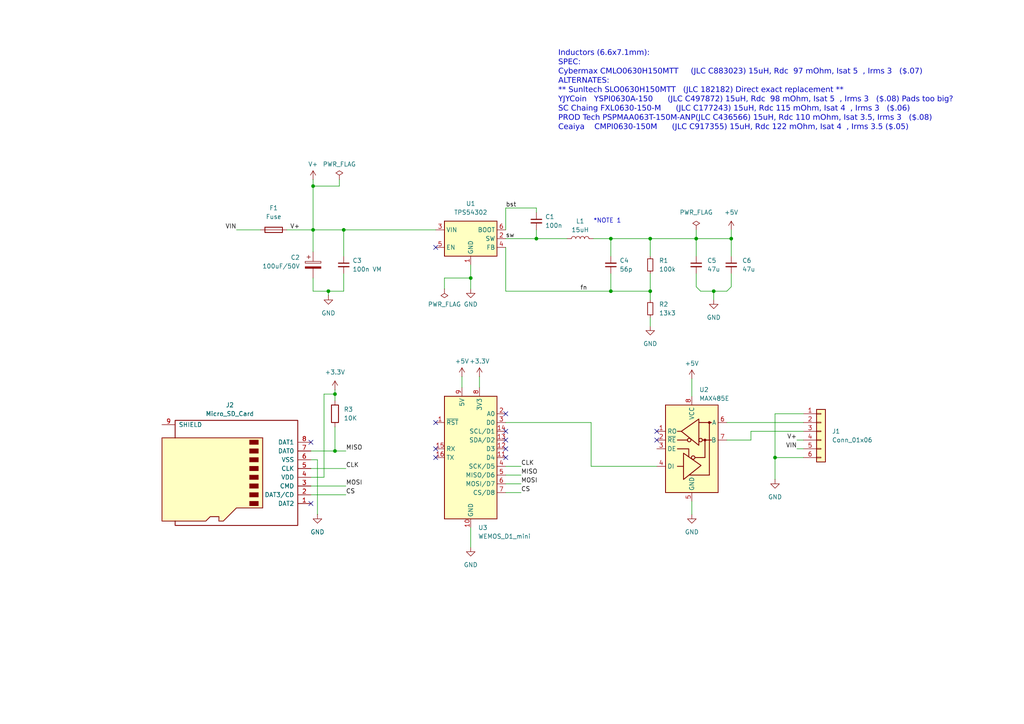
<source format=kicad_sch>
(kicad_sch (version 20250114) (generator "eeschema") (generator_version "9.0")
  (paper "A4")
  (lib_symbols
    (symbol "Connector:Micro_SD_Card" (pin_names (offset 1.016))
      (property "Reference" "J" (at -16.51 15.24 0))
      (property "Value" "Micro_SD_Card" (at 16.51 15.24 0))
      (symbol "Micro_SD_Card_0_1"
        (polyline (pts (xy -8.89 -11.43) (xy -8.89 8.89) (xy -1.27 8.89) (xy 2.54 12.7) (xy 3.81 12.7) (xy 3.81 11.43) (xy 6.35 11.43) (xy 7.62 12.7) (xy 20.32 12.7) (xy 20.32 -11.43) (xy -8.89 -11.43)) (stroke (width 0.254)) (fill (type background)))
        (rectangle (start -7.62 8.255) (end -5.08 6.985) (fill (type outline)))
        (rectangle (start -7.62 5.715) (end -5.08 4.445) (fill (type outline)))
        (rectangle (start -7.62 3.175) (end -5.08 1.905) (fill (type outline)))
        (rectangle (start -7.62 0.635) (end -5.08 -0.635) (fill (type outline)))
        (rectangle (start -7.62 -1.905) (end -5.08 -3.175) (fill (type outline)))
        (rectangle (start -7.62 -4.445) (end -5.08 -5.715) (fill (type outline)))
        (rectangle (start -7.62 -6.985) (end -5.08 -8.255) (fill (type outline)))
        (rectangle (start -7.62 -9.525) (end -5.08 -10.795) (fill (type outline)))
        (polyline (pts (xy 16.51 12.7) (xy 16.51 13.97) (xy -19.05 13.97) (xy -19.05 -16.51) (xy 16.51 -16.51) (xy 16.51 -11.43)) (stroke (width 0.254)))
      )
      (symbol "Micro_SD_Card_1_1"
        (pin bidirectional line (at -22.86 7.62 0) (length 3.81) (name "DAT2") (number "1"))
        (pin bidirectional line (at -22.86 5.08 0) (length 3.81) (name "DAT3/CD") (number "2"))
        (pin input line (at -22.86 2.54 0) (length 3.81) (name "CMD") (number "3"))
        (pin power_in line (at -22.86 0 0) (length 3.81) (name "VDD") (number "4"))
        (pin input line (at -22.86 -2.54 0) (length 3.81) (name "CLK") (number "5"))
        (pin power_in line (at -22.86 -5.08 0) (length 3.81) (name "VSS") (number "6"))
        (pin bidirectional line (at -22.86 -7.62 0) (length 3.81) (name "DAT0") (number "7"))
        (pin bidirectional line (at -22.86 -10.16 0) (length 3.81) (name "DAT1") (number "8"))
        (pin passive line (at 20.32 -15.24 180) (length 3.81) (name "SHIELD") (number "9"))
      )
    )
    (symbol "Connector_Generic:Conn_01x06" (pin_names (offset 1.016) (hide yes))
      (property "Reference" "J" (at 0 7.62 0))
      (property "Value" "Conn_01x06" (at 0 -10.16 0))
      (symbol "Conn_01x06_1_1"
        (rectangle (start -1.27 6.35) (end 1.27 -8.89) (stroke (width 0.254)) (fill (type background)))
        (rectangle (start -1.27 5.207) (end 0 4.953) (stroke (width 0.1524)))
        (rectangle (start -1.27 2.667) (end 0 2.413) (stroke (width 0.1524)))
        (rectangle (start -1.27 0.127) (end 0 -0.127) (stroke (width 0.1524)))
        (rectangle (start -1.27 -2.413) (end 0 -2.667) (stroke (width 0.1524)))
        (rectangle (start -1.27 -4.953) (end 0 -5.207) (stroke (width 0.1524)))
        (rectangle (start -1.27 -7.493) (end 0 -7.747) (stroke (width 0.1524)))
        (pin passive line (at -5.08 5.08 0) (length 3.81) (name "Pin_1") (number "1"))
        (pin passive line (at -5.08 2.54 0) (length 3.81) (name "Pin_2") (number "2"))
        (pin passive line (at -5.08 0 0) (length 3.81) (name "Pin_3") (number "3"))
        (pin passive line (at -5.08 -2.54 0) (length 3.81) (name "Pin_4") (number "4"))
        (pin passive line (at -5.08 -5.08 0) (length 3.81) (name "Pin_5") (number "5"))
        (pin passive line (at -5.08 -7.62 0) (length 3.81) (name "Pin_6") (number "6"))
      )
    )
    (symbol "Device:C_Polarized" (pin_numbers (hide yes)) (pin_names (offset 0.254))
      (property "Reference" "C" (at 0.635 2.54 0))
      (property "Value" "C_Polarized" (at 0.635 -2.54 0))
      (symbol "C_Polarized_0_1"
        (rectangle (start -2.286 0.508) (end 2.286 1.016))
        (polyline (pts (xy -1.778 2.286) (xy -0.762 2.286)))
        (polyline (pts (xy -1.27 2.794) (xy -1.27 1.778)))
        (rectangle (start 2.286 -0.508) (end -2.286 -1.016) (fill (type outline)))
      )
      (symbol "C_Polarized_1_1"
        (pin passive line (at 0 3.81 270) (length 2.794) (name "~") (number "1"))
        (pin passive line (at 0 -3.81 90) (length 2.794) (name "~") (number "2"))
      )
    )
    (symbol "Device:C_Small" (pin_numbers (hide yes)) (pin_names (offset 0.254) (hide yes))
      (property "Reference" "C" (at 0.254 1.778 0))
      (property "Value" "C_Small" (at 0.254 -2.032 0))
      (symbol "C_Small_0_1"
        (polyline (pts (xy -1.524 0.508) (xy 1.524 0.508)) (stroke (width 0.3048)))
        (polyline (pts (xy -1.524 -0.508) (xy 1.524 -0.508)) (stroke (width 0.3302)))
      )
      (symbol "C_Small_1_1"
        (pin passive line (at 0 2.54 270) (length 2.032) (name "~") (number "1"))
        (pin passive line (at 0 -2.54 90) (length 2.032) (name "~") (number "2"))
      )
    )
    (symbol "Device:Fuse" (pin_numbers (hide yes)) (pin_names (offset 0))
      (property "Reference" "F" (at 2.032 0 90))
      (property "Value" "Fuse" (at -1.905 0 90))
      (symbol "Fuse_0_1"
        (rectangle (start -0.762 -2.54) (end 0.762 2.54) (stroke (width 0.254)))
        (polyline (pts (xy 0 2.54) (xy 0 -2.54)))
      )
      (symbol "Fuse_1_1"
        (pin passive line (at 0 3.81 270) (length 1.27) (name "~") (number "1"))
        (pin passive line (at 0 -3.81 90) (length 1.27) (name "~") (number "2"))
      )
    )
    (symbol "Device:L" (pin_numbers (hide yes)) (pin_names (offset 1.016) (hide yes))
      (property "Reference" "L" (at -1.27 0 90))
      (property "Value" "L" (at 1.905 0 90))
      (symbol "L_0_1"
        (arc (start 0 2.54) (mid 0.6323 1.905) (end 0 1.27))
        (arc (start 0 1.27) (mid 0.6323 0.635) (end 0 0))
        (arc (start 0 0) (mid 0.6323 -0.635) (end 0 -1.27))
        (arc (start 0 -1.27) (mid 0.6323 -1.905) (end 0 -2.54))
      )
      (symbol "L_1_1"
        (pin passive line (at 0 3.81 270) (length 1.27) (name "1") (number "1"))
        (pin passive line (at 0 -3.81 90) (length 1.27) (name "2") (number "2"))
      )
    )
    (symbol "Device:R" (pin_numbers (hide yes)) (pin_names (offset 0))
      (property "Reference" "R" (at 2.032 0 90))
      (property "Value" "R" (at 0 0 90))
      (symbol "R_0_1"
        (rectangle (start -1.016 -2.54) (end 1.016 2.54) (stroke (width 0.254)))
      )
      (symbol "R_1_1"
        (pin passive line (at 0 3.81 270) (length 1.27) (name "~") (number "1"))
        (pin passive line (at 0 -3.81 90) (length 1.27) (name "~") (number "2"))
      )
    )
    (symbol "Device:R_Small" (pin_numbers (hide yes)) (pin_names (offset 0.254) (hide yes))
      (property "Reference" "R" (at 0.762 0.508 0))
      (property "Value" "R_Small" (at 0.762 -1.016 0))
      (symbol "R_Small_0_1"
        (rectangle (start -0.762 1.778) (end 0.762 -1.778) (stroke (width 0.2032)))
      )
      (symbol "R_Small_1_1"
        (pin passive line (at 0 2.54 270) (length 0.762) (name "~") (number "1"))
        (pin passive line (at 0 -2.54 90) (length 0.762) (name "~") (number "2"))
      )
    )
    (symbol "Interface_UART:MAX485E"
      (property "Reference" "U" (at -6.985 13.97 0))
      (property "Value" "MAX485E" (at 1.905 13.97 0))
      (symbol "MAX485E_0_1"
        (rectangle (start -7.62 12.7) (end 7.62 -12.7) (stroke (width 0.254)) (fill (type background)))
        (polyline (pts (xy -4.191 2.54) (xy -1.27 2.54)) (stroke (width 0.254)))
        (polyline (pts (xy -4.191 0) (xy -0.889 0) (xy -0.889 -2.286)) (stroke (width 0.254)))
        (polyline (pts (xy -3.175 5.08) (xy -4.191 5.08) (xy -4.064 5.08)) (stroke (width 0.254)))
        (polyline (pts (xy -2.54 -5.08) (xy -4.191 -5.08)) (stroke (width 0.254)))
        (polyline (pts (xy -2.413 -5.08) (xy -2.413 -1.27) (xy 2.667 -4.826) (xy -2.413 -8.89) (xy -2.413 -5.08)) (stroke (width 0.254)))
        (polyline (pts (xy -0.635 -7.62) (xy 5.08 -7.62)) (stroke (width 0.254)))
        (circle (center 0.381 -2.54) (radius 0.508) (stroke (width 0.254)))
        (polyline (pts (xy 0.889 -2.54) (xy 3.81 -2.54)) (stroke (width 0.254)))
        (polyline (pts (xy 2.032 7.62) (xy 5.715 7.62)) (stroke (width 0.254)))
        (polyline (pts (xy 3.048 2.54) (xy 5.715 2.54)) (stroke (width 0.254)))
        (circle (center 3.81 2.54) (radius 0.2794) (stroke (width 0.254)) (fill (type outline)))
        (polyline (pts (xy 3.81 -2.54) (xy 3.81 2.54)) (stroke (width 0.254)))
        (polyline (pts (xy 5.08 -7.62) (xy 5.08 7.62)) (stroke (width 0.254)))
      )
      (symbol "MAX485E_1_1"
        (circle (center -0.762 2.54) (radius 0.508) (stroke (width 0.254)))
        (polyline (pts (xy 2.032 4.826) (xy 2.032 8.636) (xy -3.048 5.08) (xy 2.032 1.016) (xy 2.032 4.826)) (stroke (width 0.254)))
        (circle (center 2.54 2.54) (radius 0.508) (stroke (width 0.254)))
        (circle (center 5.08 7.62) (radius 0.2794) (stroke (width 0.254)) (fill (type outline)))
        (pin output line (at -10.16 5.08 0) (length 2.54) (name "RO") (number "1"))
        (pin input line (at -10.16 2.54 0) (length 2.54) (name "~{RE}") (number "2"))
        (pin input line (at -10.16 0 0) (length 2.54) (name "DE") (number "3"))
        (pin input line (at -10.16 -5.08 0) (length 2.54) (name "DI") (number "4"))
        (pin power_in line (at 0 15.24 270) (length 2.54) (name "VCC") (number "8"))
        (pin power_in line (at 0 -15.24 90) (length 2.54) (name "GND") (number "5"))
        (pin bidirectional line (at 10.16 7.62 180) (length 2.54) (name "A") (number "6"))
        (pin bidirectional line (at 10.16 2.54 180) (length 2.54) (name "B") (number "7"))
      )
    )
    (symbol "RF_Module:WEMOS_D1_mini"
      (property "Reference" "U" (at 3.81 19.05 0))
      (property "Value" "WEMOS_D1_mini" (at 1.27 -19.05 0))
      (symbol "WEMOS_D1_mini_1_1"
        (rectangle (start -7.62 17.78) (end 7.62 -17.78) (stroke (width 0.254)) (fill (type background)))
        (pin input line (at -10.16 10.16 0) (length 2.54) (name "~{RST}") (number "1"))
        (pin input line (at -10.16 2.54 0) (length 2.54) (name "RX") (number "15"))
        (pin output line (at -10.16 0 0) (length 2.54) (name "TX") (number "16"))
        (pin power_in line (at -2.54 20.32 270) (length 2.54) (name "5V") (number "9"))
        (pin power_in line (at 0 -20.32 90) (length 2.54) (name "GND") (number "10"))
        (pin power_out line (at 2.54 20.32 270) (length 2.54) (name "3V3") (number "8"))
        (pin input line (at 10.16 12.7 180) (length 2.54) (name "A0") (number "2"))
        (pin bidirectional line (at 10.16 10.16 180) (length 2.54) (name "D0") (number "3"))
        (pin bidirectional line (at 10.16 7.62 180) (length 2.54) (name "SCL/D1") (number "14"))
        (pin bidirectional line (at 10.16 5.08 180) (length 2.54) (name "SDA/D2") (number "13"))
        (pin bidirectional line (at 10.16 2.54 180) (length 2.54) (name "D3") (number "12"))
        (pin bidirectional line (at 10.16 0 180) (length 2.54) (name "D4") (number "11"))
        (pin bidirectional line (at 10.16 -2.54 180) (length 2.54) (name "SCK/D5") (number "4"))
        (pin bidirectional line (at 10.16 -5.08 180) (length 2.54) (name "MISO/D6") (number "5"))
        (pin bidirectional line (at 10.16 -7.62 180) (length 2.54) (name "MOSI/D7") (number "6"))
        (pin bidirectional line (at 10.16 -10.16 180) (length 2.54) (name "CS/D8") (number "7"))
      )
    )
    (symbol "Regulator_Switching:TPS54302"
      (property "Reference" "U" (at -7.62 6.35 0))
      (property "Value" "TPS54302" (at 0 6.35 0))
      (symbol "TPS54302_0_1"
        (rectangle (start -7.62 5.08) (end 7.62 -5.08) (stroke (width 0.254)) (fill (type background)))
      )
      (symbol "TPS54302_1_1"
        (pin power_in line (at -10.16 2.54 0) (length 2.54) (name "VIN") (number "3"))
        (pin input line (at -10.16 -2.54 0) (length 2.54) (name "EN") (number "5"))
        (pin power_in line (at 0 -7.62 90) (length 2.54) (name "GND") (number "1"))
        (pin passive line (at 10.16 2.54 180) (length 2.54) (name "BOOT") (number "6"))
        (pin power_out line (at 10.16 0 180) (length 2.54) (name "SW") (number "2"))
        (pin input line (at 10.16 -2.54 180) (length 2.54) (name "FB") (number "4"))
      )
    )
    (symbol "power:+3.3V" (power) (pin_numbers (hide yes)) (pin_names (offset 0) (hide yes))
      (property "Value" "+3.3V" (at 0 3.556 0))
      (symbol "+3.3V_0_1"
        (polyline (pts (xy -0.762 1.27) (xy 0 2.54)))
        (polyline (pts (xy 0 2.54) (xy 0.762 1.27)))
        (polyline (pts (xy 0 0) (xy 0 2.54)))
      )
      (symbol "+3.3V_1_1"
        (pin power_in line (at 0 0 90) (length 0) (name "~") (number "1"))
      )
    )
    (symbol "power:+5V" (power) (pin_numbers (hide yes)) (pin_names (offset 0) (hide yes))
      (property "Value" "+5V" (at 0 3.556 0))
      (symbol "+5V_0_1"
        (polyline (pts (xy -0.762 1.27) (xy 0 2.54)))
        (polyline (pts (xy 0 2.54) (xy 0.762 1.27)))
        (polyline (pts (xy 0 0) (xy 0 2.54)))
      )
      (symbol "+5V_1_1"
        (pin power_in line (at 0 0 90) (length 0) (name "~") (number "1"))
      )
    )
    (symbol "power:GND" (power) (pin_numbers (hide yes)) (pin_names (offset 0) (hide yes))
      (property "Value" "GND" (at 0 -3.81 0))
      (symbol "GND_0_1"
        (polyline (pts (xy 0 0) (xy 0 -1.27) (xy 1.27 -1.27) (xy 0 -2.54) (xy -1.27 -1.27) (xy 0 -1.27)))
      )
      (symbol "GND_1_1"
        (pin power_in line (at 0 0 270) (length 0) (name "~") (number "1"))
      )
    )
    (symbol "power:PWR_FLAG" (power) (pin_numbers (hide yes)) (pin_names (offset 0) (hide yes))
      (property "Value" "PWR_FLAG" (at 0 3.81 0))
      (symbol "PWR_FLAG_0_0"
        (pin power_out line (at 0 0 90) (length 0) (name "~") (number "1"))
      )
      (symbol "PWR_FLAG_0_1"
        (polyline (pts (xy 0 0) (xy 0 1.27) (xy -1.016 1.905) (xy 0 2.54) (xy 1.016 1.905) (xy 0 1.27)))
      )
    )
    (symbol "power:VCC" (power) (pin_numbers (hide yes)) (pin_names (offset 0) (hide yes))
      (property "Value" "VCC" (at 0 3.556 0))
      (symbol "VCC_0_1"
        (polyline (pts (xy -0.762 1.27) (xy 0 2.54)))
        (polyline (pts (xy 0 2.54) (xy 0.762 1.27)))
        (polyline (pts (xy 0 0) (xy 0 2.54)))
      )
      (symbol "VCC_1_1"
        (pin power_in line (at 0 0 90) (length 0) (name "~") (number "1"))
      )
    )
  )
  (text "Inductors (6.6x7.1mm):\nSPEC: \nCybermax CMLO0630H150MTT     (JLC C883023) 15uH, Rdc  97 mOhm, Isat 5  , Irms 3   ($.07)\nALTERNATES:\n** Sunltech SLO0630H150MTT   (JLC 182182) Direct exact replacement **\nYJYCoin   YSPI0630A-150      (JLC C497872) 15uH, Rdc  98 mOhm, Isat 5  , Irms 3   ($.08) Pads too big?\nSC Chaing FXL0630-150-M      (JLC C177243) 15uH, Rdc 115 mOhm, Isat 4  , Irms 3   ($.06)\nPROD Tech PSPMAA063T-150M-ANP(JLC C436566) 15uH, Rdc 110 mOhm, Isat 3.5, Irms 3   ($.08)\nCeaiya    CMPI0630-150M      (JLC C917355) 15uH, Rdc 122 mOhm, Isat 4  , Irms 3.5 ($.05)" (at 161.925 26.67 0) (effects (font (size 1.6 1.6)) (justify left)))
  (text "*NOTE 1" (at 176.149 64.135 0) (effects (font (size 1.27 1.27))))
  (junction (at 90.805 66.675))
  (junction (at 224.79 132.715))
  (junction (at 97.155 114.3))
  (junction (at 212.09 69.215))
  (junction (at 177.165 69.215))
  (junction (at 90.805 53.975))
  (junction (at 201.93 69.215))
  (junction (at 188.595 69.215))
  (junction (at 207.01 84.455))
  (junction (at 136.525 80.645))
  (junction (at 177.165 84.455))
  (junction (at 188.595 84.455))
  (junction (at 97.155 130.81))
  (junction (at 99.695 66.675))
  (junction (at 155.575 69.215))
  (junction (at 95.25 84.455))
  (no_connect (at 90.17 146.05))
  (no_connect (at 90.17 128.27))
  (no_connect (at 126.365 132.715))
  (no_connect (at 146.685 130.175))
  (no_connect (at 126.365 130.175))
  (no_connect (at 146.685 125.095))
  (no_connect (at 146.685 120.015))
  (no_connect (at 146.685 132.715))
  (no_connect (at 146.685 127.635))
  (no_connect (at 126.365 71.755))
  (no_connect (at 190.5 127.635))
  (no_connect (at 126.365 122.555))
  (no_connect (at 190.5 125.095))
  (wire (pts (xy 97.155 113.03) (xy 97.155 114.3)))
  (wire (pts (xy 155.575 66.675) (xy 155.575 69.215)))
  (wire (pts (xy 217.805 127.635) (xy 217.805 125.095)))
  (wire (pts (xy 97.155 114.3) (xy 97.155 116.205)))
  (wire (pts (xy 212.09 83.185) (xy 212.09 79.375)))
  (wire (pts (xy 146.685 122.555) (xy 171.45 122.555)))
  (wire (pts (xy 68.58 66.675) (xy 75.565 66.675)))
  (wire (pts (xy 177.165 69.215) (xy 188.595 69.215)))
  (wire (pts (xy 188.595 92.075) (xy 188.595 94.615)))
  (wire (pts (xy 151.13 137.795) (xy 146.685 137.795)))
  (wire (pts (xy 224.79 132.715) (xy 233.045 132.715)))
  (wire (pts (xy 100.33 135.89) (xy 90.17 135.89)))
  (wire (pts (xy 201.93 79.375) (xy 201.93 83.185)))
  (wire (pts (xy 90.17 133.35) (xy 92.075 133.35)))
  (wire (pts (xy 210.82 127.635) (xy 217.805 127.635)))
  (wire (pts (xy 100.33 140.97) (xy 90.17 140.97)))
  (wire (pts (xy 231.14 130.175) (xy 233.045 130.175)))
  (wire (pts (xy 146.685 84.455) (xy 177.165 84.455)))
  (wire (pts (xy 99.695 84.455) (xy 95.25 84.455)))
  (wire (pts (xy 146.685 71.755) (xy 146.685 84.455)))
  (wire (pts (xy 201.93 69.215) (xy 212.09 69.215)))
  (wire (pts (xy 90.805 53.975) (xy 98.425 53.975)))
  (wire (pts (xy 90.805 53.975) (xy 90.805 66.675)))
  (wire (pts (xy 151.13 140.335) (xy 146.685 140.335)))
  (wire (pts (xy 146.685 60.325) (xy 146.685 66.675)))
  (wire (pts (xy 200.66 109.855) (xy 200.66 114.935)))
  (wire (pts (xy 98.425 52.07) (xy 98.425 53.975)))
  (wire (pts (xy 136.525 158.75) (xy 136.525 153.035)))
  (wire (pts (xy 224.79 120.015) (xy 224.79 132.715)))
  (wire (pts (xy 99.695 79.375) (xy 99.695 84.455)))
  (wire (pts (xy 233.045 120.015) (xy 224.79 120.015)))
  (wire (pts (xy 128.905 80.645) (xy 136.525 80.645)))
  (wire (pts (xy 100.33 130.81) (xy 97.155 130.81)))
  (wire (pts (xy 136.525 80.645) (xy 136.525 83.82)))
  (wire (pts (xy 177.165 69.215) (xy 177.165 74.295)))
  (wire (pts (xy 146.685 60.325) (xy 155.575 60.325)))
  (wire (pts (xy 146.685 69.215) (xy 155.575 69.215)))
  (wire (pts (xy 155.575 60.325) (xy 155.575 61.595)))
  (wire (pts (xy 139.065 109.22) (xy 139.065 112.395)))
  (wire (pts (xy 133.985 109.22) (xy 133.985 112.395)))
  (wire (pts (xy 224.79 132.715) (xy 224.79 139.065)))
  (wire (pts (xy 171.45 135.255) (xy 171.45 122.555)))
  (wire (pts (xy 97.155 123.825) (xy 97.155 130.81)))
  (wire (pts (xy 188.595 69.215) (xy 201.93 69.215)))
  (wire (pts (xy 177.165 79.375) (xy 177.165 84.455)))
  (wire (pts (xy 128.905 80.645) (xy 128.905 83.82)))
  (wire (pts (xy 83.185 66.675) (xy 90.805 66.675)))
  (wire (pts (xy 200.66 145.415) (xy 200.66 149.225)))
  (wire (pts (xy 177.165 84.455) (xy 188.595 84.455)))
  (wire (pts (xy 93.98 138.43) (xy 93.98 114.3)))
  (wire (pts (xy 90.805 84.455) (xy 90.805 80.645)))
  (wire (pts (xy 188.595 79.375) (xy 188.595 84.455)))
  (wire (pts (xy 90.17 138.43) (xy 93.98 138.43)))
  (wire (pts (xy 201.93 83.185) (xy 203.2 84.455)))
  (wire (pts (xy 99.695 66.675) (xy 126.365 66.675)))
  (wire (pts (xy 93.98 114.3) (xy 97.155 114.3)))
  (wire (pts (xy 188.595 84.455) (xy 188.595 86.995)))
  (wire (pts (xy 212.09 69.215) (xy 212.09 74.295)))
  (wire (pts (xy 207.01 84.455) (xy 210.82 84.455)))
  (wire (pts (xy 155.575 69.215) (xy 164.465 69.215)))
  (wire (pts (xy 90.805 66.675) (xy 99.695 66.675)))
  (wire (pts (xy 207.01 84.455) (xy 207.01 86.995)))
  (wire (pts (xy 92.075 133.35) (xy 92.075 149.225)))
  (wire (pts (xy 201.93 69.215) (xy 201.93 66.675)))
  (wire (pts (xy 95.25 84.455) (xy 90.805 84.455)))
  (wire (pts (xy 203.2 84.455) (xy 207.01 84.455)))
  (wire (pts (xy 188.595 69.215) (xy 188.595 74.295)))
  (wire (pts (xy 151.13 142.875) (xy 146.685 142.875)))
  (wire (pts (xy 99.695 66.675) (xy 99.695 74.295)))
  (wire (pts (xy 90.805 66.675) (xy 90.805 73.025)))
  (wire (pts (xy 136.525 76.835) (xy 136.525 80.645)))
  (wire (pts (xy 90.805 52.07) (xy 90.805 53.975)))
  (wire (pts (xy 231.14 127.635) (xy 233.045 127.635)))
  (wire (pts (xy 151.13 135.255) (xy 146.685 135.255)))
  (wire (pts (xy 90.17 130.81) (xy 97.155 130.81)))
  (wire (pts (xy 172.085 69.215) (xy 177.165 69.215)))
  (wire (pts (xy 217.805 125.095) (xy 233.045 125.095)))
  (wire (pts (xy 210.82 84.455) (xy 212.09 83.185)))
  (wire (pts (xy 190.5 135.255) (xy 171.45 135.255)))
  (wire (pts (xy 210.82 122.555) (xy 233.045 122.555)))
  (wire (pts (xy 100.33 143.51) (xy 90.17 143.51)))
  (wire (pts (xy 201.93 69.215) (xy 201.93 74.295)))
  (wire (pts (xy 212.09 66.675) (xy 212.09 69.215)))
  (wire (pts (xy 95.25 85.725) (xy 95.25 84.455)))
  (label "CS" (at 100.33 143.51 0))
  (label "fn" (at 168.275 84.455 0))
  (label "MISO" (at 100.33 130.81 0))
  (label "V+" (at 231.14 127.635 180))
  (label "VIN" (at 68.58 66.675 180))
  (label "bst" (at 146.685 60.325 0))
  (label "sw" (at 146.685 69.215 0))
  (label "MOSI" (at 151.13 140.335 0))
  (label "VIN" (at 231.14 130.175 180))
  (label "CS" (at 151.13 142.875 0))
  (label "CLK" (at 151.13 135.255 0))
  (label "CLK" (at 100.33 135.89 0))
  (label "V+" (at 86.995 66.675 180))
  (label "MISO" (at 151.13 137.795 0))
  (label "MOSI" (at 100.33 140.97 0))
  (symbol (lib_id "power:+3.3V") (at 97.155 113.03 0) (unit 1)
    (property "Reference" "#PWR010" (effects (hide yes)))
    (property "Value" "+3.3V" (at 97.155 107.95 0))
    (property "Description" "Power symbol creates a global label with name \"+3.3V\"" (effects (hide yes)))
  )
  (symbol (lib_id "power:+3.3V") (at 139.065 109.22 0) (unit 1)
    (property "Reference" "#PWR08" (effects (hide yes)))
    (property "Value" "+3.3V" (at 139.065 104.775 0))
    (property "Description" "Power symbol creates a global label with name \"+3.3V\"" (effects (hide yes)))
  )
  (symbol (lib_id "power:GND") (at 136.525 158.75 0) (unit 1)
    (property "Reference" "#PWR014" (effects (hide yes)))
    (property "Value" "GND" (at 136.525 163.83 0))
    (property "Description" "Power symbol creates a global label with name \"GND\" , ground" (effects (hide yes)))
  )
  (symbol (lib_id "power:GND") (at 224.79 139.065 0) (unit 1)
    (property "Reference" "#PWR011" (effects (hide yes)))
    (property "Value" "GND" (at 224.79 144.145 0))
    (property "Description" "Power symbol creates a global label with name \"GND\" , ground" (effects (hide yes)))
  )
  (symbol (lib_id "power:+5V") (at 200.66 109.855 0) (unit 1)
    (property "Reference" "#PWR09" (effects (hide yes)))
    (property "Value" "+5V" (at 200.66 105.41 0))
    (property "Description" "Power symbol creates a global label with name \"+5V\"" (effects (hide yes)))
  )
  (symbol (lib_id "Device:C_Small") (at 212.09 76.835 0) (unit 1)
    (property "Reference" "C6" (at 215.265 75.5712 0) (effects (justify left)))
    (property "Value" "47u" (at 215.265 78.1112 0) (effects (justify left)))
    (property "Footprint" "Capacitor_SMD:C_0805_2012Metric" (effects (hide yes)))
    (property "LCSC Part #" "C16780" (effects (hide yes)))
  )
  (symbol (lib_id "Device:R_Small") (at 188.595 89.535 0) (unit 1)
    (property "Reference" "R2" (at 191.135 88.2649 0) (effects (justify left)))
    (property "Value" "13k3" (at 191.135 90.8049 0) (effects (justify left)))
    (property "Footprint" "Resistor_SMD:R_0603_1608Metric" (effects (hide yes)))
    (property "LCSC Part #" "C274352" (effects (hide yes)))
  )
  (symbol (lib_id "Interface_UART:MAX485E") (at 200.66 130.175 0) (unit 1)
    (property "Reference" "U2" (at 202.8033 113.03 0) (effects (justify left)))
    (property "Value" "MAX485E" (at 202.8033 115.57 0) (effects (justify left)))
    (property "Footprint" "Package_SO:SOIC-8_3.9x4.9mm_P1.27mm" (effects (hide yes)))
    (property "Datasheet" "https://datasheets.maximintegrated.com/en/ds/MAX1487E-MAX491E.pdf" (effects (hide yes)))
    (property "Description" "Half duplex RS-485/RS-422, 2.5 Mbps, ±15kV electro-static discharge (ESD) protection, no slew-rate, no low-power shutdown, with receiver/driver enable, 32 receiver drive capability, DIP-8 and SOIC-8" (effects (hide yes)))
  )
  (symbol (lib_id "power:PWR_FLAG") (at 201.93 66.675 0) (unit 1)
    (property "Reference" "#FLG02" (effects (hide yes)))
    (property "Value" "PWR_FLAG" (at 201.93 61.595 0))
  )
  (symbol (lib_id "power:PWR_FLAG") (at 98.425 52.07 0) (unit 1)
    (property "Reference" "#FLG01" (effects (hide yes)))
    (property "Value" "PWR_FLAG" (at 98.425 47.625 0))
    (property "Description" "Special symbol for telling ERC where power comes from" (effects (hide yes)))
  )
  (symbol (lib_id "Device:R_Small") (at 188.595 76.835 0) (unit 1)
    (property "Reference" "R1" (at 191.135 75.5649 0) (effects (justify left)))
    (property "Value" "100k" (at 191.135 78.1049 0) (effects (justify left)))
    (property "Footprint" "Resistor_SMD:R_0603_1608Metric" (effects (hide yes)))
    (property "LCSC Part #" "C60491" (effects (hide yes)))
  )
  (symbol (lib_id "Connector:Micro_SD_Card") (at 67.31 138.43 180) (unit 1)
    (property "Reference" "J2" (at 66.675 117.475 0))
    (property "Value" "Micro_SD_Card" (at 66.675 120.015 0))
    (property "Footprint" "Connector_Card:microSD_HC_Wuerth_693072010801" (effects (hide yes)))
    (property "Datasheet" "https://www.we-online.com/components/products/datasheet/693072010801.pdf" (effects (hide yes)))
    (property "Description" "Micro SD Card Socket" (effects (hide yes)))
  )
  (symbol (lib_id "Device:L") (at 168.275 69.215 90) (unit 1)
    (property "Reference" "L1" (at 168.275 64.135 90))
    (property "Value" "15uH" (at 168.275 66.675 90))
    (property "Footprint" "PCM_Inductor_SMD_AKL:L_Taiyo-Yuden_MD-3030" (effects (hide yes)))
    (property "LCSC Part #" "C883023" (effects (hide yes)))
    (property "Alternate" "C182182, C497872, C177243" (effects (hide yes)))
  )
  (symbol (lib_id "power:GND") (at 200.66 149.225 0) (unit 1)
    (property "Reference" "#PWR013" (effects (hide yes)))
    (property "Value" "GND" (at 200.66 154.305 0))
    (property "Description" "Power symbol creates a global label with name \"GND\" , ground" (effects (hide yes)))
  )
  (symbol (lib_id "power:+5V") (at 212.09 66.675 0) (unit 1)
    (property "Reference" "#PWR02" (effects (hide yes)))
    (property "Value" "+5V" (at 212.09 61.595 0))
  )
  (symbol (lib_id "power:GND") (at 92.075 149.225 0) (unit 1)
    (property "Reference" "#PWR012" (effects (hide yes)))
    (property "Value" "GND" (at 92.075 154.305 0))
    (property "Description" "Power symbol creates a global label with name \"GND\" , ground" (effects (hide yes)))
  )
  (symbol (lib_id "power:+5V") (at 133.985 109.22 0) (unit 1)
    (property "Reference" "#PWR07" (effects (hide yes)))
    (property "Value" "+5V" (at 133.985 104.775 0))
    (property "Description" "Power symbol creates a global label with name \"+5V\"" (effects (hide yes)))
  )
  (symbol (lib_id "Device:C_Small") (at 155.575 64.135 0) (unit 1)
    (property "Reference" "C1" (at 158.115 62.8712 0) (effects (justify left)))
    (property "Value" "100n" (at 158.115 65.4112 0) (effects (justify left)))
    (property "Footprint" "Capacitor_SMD:C_0603_1608Metric" (effects (hide yes)))
    (property "LCSC Part #" "C1525" (effects (hide yes)))
  )
  (symbol (lib_id "Device:C_Polarized") (at 90.805 76.835 0) (unit 1)
    (property "Reference" "C2" (at 86.995 74.6759 0) (effects (justify right)))
    (property "Value" "100uF/50V" (at 86.995 77.2159 0) (effects (justify right)))
    (property "Footprint" "PCM_Capacitor_SMD_AKL:CP_Elec_6.3x7.7" (effects (hide yes)))
    (property "Description" "Polarized capacitor" (effects (hide yes)))
  )
  (symbol (lib_id "Regulator_Switching:TPS54302") (at 136.525 69.215 0) (unit 1)
    (property "Reference" "U1" (at 136.525 59.055 0))
    (property "Value" "TPS54302" (at 136.525 61.595 0))
    (property "Footprint" "Package_TO_SOT_SMD:SOT-23-6" (effects (hide yes)))
    (property "Datasheet" "http://www.ti.com/lit/ds/symlink/tps54302.pdf" (effects (hide yes)))
    (property "Description" "3A, 4.5 to 28V Input, EMI Friendly integrated switch synchronous step-down regulator, pulse-skipping, SOT-23-6" (effects (hide yes)))
  )
  (symbol (lib_id "power:GND") (at 95.25 85.725 0) (unit 1)
    (property "Reference" "#PWR04" (effects (hide yes)))
    (property "Value" "GND" (at 95.25 90.805 0))
    (property "Description" "Power symbol creates a global label with name \"GND\" , ground" (effects (hide yes)))
  )
  (symbol (lib_id "Device:Fuse") (at 79.375 66.675 90) (unit 1)
    (property "Reference" "F1" (at 79.375 60.325 90))
    (property "Value" "Fuse" (at 79.375 62.865 90))
    (property "Footprint" "PCM_Fuse_AKL_Double:Fuse_Blade_Mini_directSolder" (effects (hide yes)))
    (property "Description" "Fuse" (effects (hide yes)))
  )
  (symbol (lib_id "Device:C_Small") (at 177.165 76.835 180) (unit 1)
    (property "Reference" "C4" (at 179.705 75.5585 0) (effects (justify right)))
    (property "Value" "56p" (at 179.705 78.0985 0) (effects (justify right)))
    (property "Footprint" "Capacitor_SMD:C_0603_1608Metric" (effects (hide yes)))
    (property "LCSC Part #" "C107007" (effects (hide yes)))
  )
  (symbol (lib_id "power:PWR_FLAG") (at 128.905 83.82 180) (unit 1)
    (property "Reference" "#FLG03" (effects (hide yes)))
    (property "Value" "PWR_FLAG" (at 128.905 88.265 0))
    (property "Description" "Special symbol for telling ERC where power comes from" (effects (hide yes)))
  )
  (symbol (lib_id "power:GND") (at 207.01 86.995 0) (unit 1)
    (property "Reference" "#PWR05" (effects (hide yes)))
    (property "Value" "GND" (at 207.01 92.075 0))
  )
  (symbol (lib_id "Device:C_Small") (at 99.695 76.835 0) (unit 1)
    (property "Reference" "C3" (at 102.235 75.5712 0) (effects (justify left)))
    (property "Value" "100n VM" (at 102.235 78.1112 0) (effects (justify left)))
    (property "Footprint" "Capacitor_SMD:C_0603_1608Metric" (effects (hide yes)))
    (property "LCSC Part #" "C307331" (effects (hide yes)))
  )
  (symbol (lib_id "Device:C_Small") (at 201.93 76.835 0) (unit 1)
    (property "Reference" "C5" (at 205.105 75.5712 0) (effects (justify left)))
    (property "Value" "47u" (at 205.105 78.1112 0) (effects (justify left)))
    (property "Footprint" "Capacitor_SMD:C_0805_2012Metric" (effects (hide yes)))
    (property "LCSC Part #" "C16780" (effects (hide yes)))
  )
  (symbol (lib_id "power:GND") (at 136.525 83.82 0) (unit 1)
    (property "Reference" "#PWR03" (effects (hide yes)))
    (property "Value" "GND" (at 136.525 88.265 0))
    (property "Description" "Power symbol creates a global label with name \"GND\" , ground" (effects (hide yes)))
  )
  (symbol (lib_id "RF_Module:WEMOS_D1_mini") (at 136.525 132.715 0) (unit 1)
    (property "Reference" "U3" (at 138.6683 153.035 0) (effects (justify left)))
    (property "Value" "WEMOS_D1_mini" (at 138.6683 155.575 0) (effects (justify left)))
    (property "Footprint" "RF_Module:WEMOS_D1_mini_light" (effects (hide yes)))
    (property "Datasheet" "https://wiki.wemos.cc/products:d1:d1_mini#documentation" (effects (hide yes)))
    (property "Description" "32-bit microcontroller module with WiFi" (effects (hide yes)))
  )
  (symbol (lib_id "power:GND") (at 188.595 94.615 0) (unit 1)
    (property "Reference" "#PWR06" (effects (hide yes)))
    (property "Value" "GND" (at 188.595 99.695 0))
  )
  (symbol (lib_id "Connector_Generic:Conn_01x06") (at 238.125 125.095 0) (unit 1)
    (property "Reference" "J1" (at 241.3 125.0949 0) (effects (justify left)))
    (property "Value" "Conn_01x06" (at 241.3 127.6349 0) (effects (justify left)))
    (property "Footprint" "Connector_Phoenix_MC:PhoenixContact_MC_1,5_6-G-3.81_1x06_P3.81mm_Horizontal" (effects (hide yes)))
    (property "Description" "Generic connector, single row, 01x06, script generated (kicad-library-utils/schlib/autogen/connector/)" (effects (hide yes)))
  )
  (symbol (lib_id "Device:R") (at 97.155 120.015 180) (unit 1)
    (property "Reference" "R3" (at 99.695 118.7449 0) (effects (justify right)))
    (property "Value" "10K" (at 99.695 121.2849 0) (effects (justify right)))
    (property "Footprint" "Resistor_SMD:R_0603_1608Metric" (effects (hide yes)))
    (property "Description" "Resistor" (effects (hide yes)))
  )
  (symbol (lib_id "power:VCC") (at 90.805 52.07 0) (unit 1)
    (property "Reference" "#PWR01" (effects (hide yes)))
    (property "Value" "V+" (at 90.805 47.625 0))
    (property "Description" "Power symbol creates a global label with name \"VCC\"" (effects (hide yes)))
  )
)
</source>
